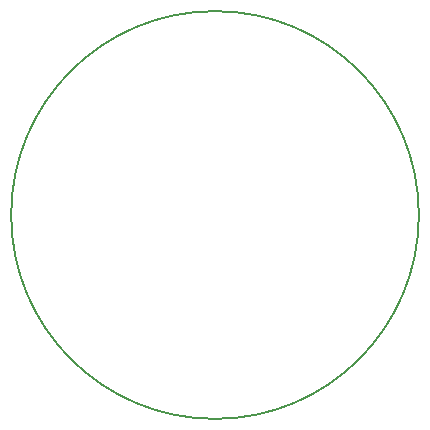
<source format=gm1>
G04 #@! TF.GenerationSoftware,KiCad,Pcbnew,5.0.0-rc2-unknown-2d812c2~65~ubuntu16.04.1*
G04 #@! TF.CreationDate,2018-05-23T18:43:55-05:00*
G04 #@! TF.ProjectId,mems_tdk,6D656D735F74646B2E6B696361645F70,1.0*
G04 #@! TF.SameCoordinates,Original*
G04 #@! TF.FileFunction,Profile,NP*
%FSLAX46Y46*%
G04 Gerber Fmt 4.6, Leading zero omitted, Abs format (unit mm)*
G04 Created by KiCad (PCBNEW 5.0.0-rc2-unknown-2d812c2~65~ubuntu16.04.1) date Wed May 23 18:43:55 2018*
%MOMM*%
%LPD*%
G01*
G04 APERTURE LIST*
%ADD10C,0.150000*%
G04 APERTURE END LIST*
D10*
X175248790Y-101854000D02*
G75*
G03X175248790Y-101854000I-17260790J0D01*
G01*
M02*

</source>
